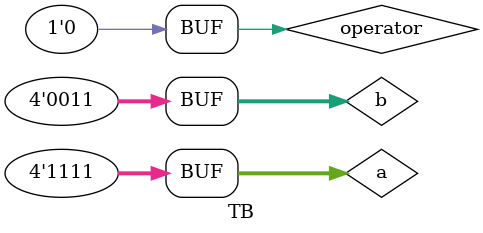
<source format=v>
`timescale 1ns/1ps

module TB;
reg [3:0] a;
reg [3:0] b;
reg operator;
wire [3:0] res;
wire overflow;

ALU4bit ALUTB(
.a(a),
.b(b),
.operator(operator),
.s(res),
.overflow(overflow)
);

initial begin
    operator = 0;
    b = 4'b0011;
    for (a = 4'b0000; a <4'b1111; a = a + 4'b0001) begin
        #5
        $display("current loop=%d", a);
    end
end

endmodule
</source>
